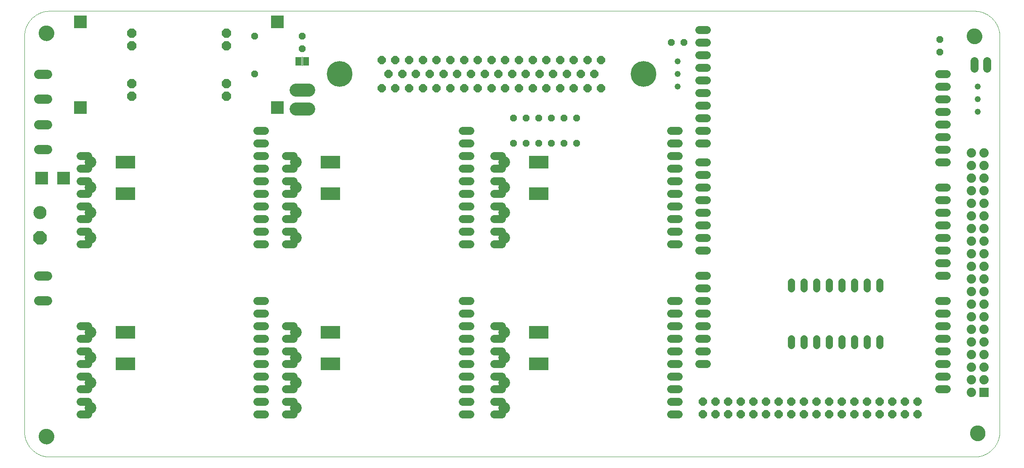
<source format=gts>
G04 EAGLE Gerber RS-274X export*
G75*
%MOMM*%
%FSLAX34Y34*%
%LPD*%
%INTop Soldermask*%
%IPPOS*%
%AMOC8*
5,1,8,0,0,1.08239X$1,22.5*%
G01*
%ADD10C,0.000000*%
%ADD11C,2.641600*%
%ADD12P,2.859241X8X292.500000*%
%ADD13P,1.539592X8X112.500000*%
%ADD14P,1.759533X8X202.500000*%
%ADD15C,5.181600*%
%ADD16C,1.892300*%
%ADD17C,1.625600*%
%ADD18P,1.759533X8X22.500000*%
%ADD19R,1.879600X1.879600*%
%ADD20C,1.879600*%
%ADD21R,3.911600X2.601600*%
%ADD22C,3.101600*%
%ADD23C,1.219200*%
%ADD24P,1.539592X8X292.500000*%
%ADD25C,1.422400*%
%ADD26R,1.270000X1.701800*%
%ADD27R,0.152400X1.828800*%
%ADD28C,2.654300*%
%ADD29P,2.034460X8X22.500000*%
%ADD30R,2.601600X2.601600*%
%ADD31C,2.351600*%
%ADD32P,1.539592X8X202.500000*%
%ADD33R,2.501600X2.501600*%


D10*
X51000Y760D02*
X1911350Y760D01*
X1912578Y775D01*
X1913804Y819D01*
X1915030Y893D01*
X1916253Y997D01*
X1917473Y1130D01*
X1918690Y1293D01*
X1919903Y1485D01*
X1921110Y1706D01*
X1922312Y1957D01*
X1923507Y2236D01*
X1924696Y2544D01*
X1925876Y2881D01*
X1927048Y3246D01*
X1928211Y3640D01*
X1929364Y4061D01*
X1930506Y4510D01*
X1931638Y4987D01*
X1932757Y5491D01*
X1933864Y6022D01*
X1934958Y6579D01*
X1936038Y7162D01*
X1937104Y7772D01*
X1938154Y8407D01*
X1939189Y9067D01*
X1940208Y9752D01*
X1941209Y10462D01*
X1942194Y11195D01*
X1943160Y11953D01*
X1944108Y12733D01*
X1945037Y13536D01*
X1945946Y14361D01*
X1946834Y15208D01*
X1947702Y16076D01*
X1948549Y16964D01*
X1949374Y17873D01*
X1950177Y18802D01*
X1950957Y19750D01*
X1951715Y20716D01*
X1952448Y21701D01*
X1953158Y22702D01*
X1953843Y23721D01*
X1954503Y24756D01*
X1955138Y25806D01*
X1955748Y26872D01*
X1956331Y27952D01*
X1956888Y29046D01*
X1957419Y30153D01*
X1957923Y31272D01*
X1958400Y32404D01*
X1958849Y33546D01*
X1959270Y34699D01*
X1959664Y35862D01*
X1960029Y37034D01*
X1960366Y38214D01*
X1960674Y39403D01*
X1960953Y40598D01*
X1961204Y41800D01*
X1961425Y43007D01*
X1961617Y44220D01*
X1961780Y45437D01*
X1961913Y46657D01*
X1962017Y47880D01*
X1962091Y49106D01*
X1962135Y50332D01*
X1962150Y51560D01*
X1962150Y848360D01*
X1962135Y849588D01*
X1962091Y850814D01*
X1962017Y852040D01*
X1961913Y853263D01*
X1961780Y854483D01*
X1961617Y855700D01*
X1961425Y856913D01*
X1961204Y858120D01*
X1960953Y859322D01*
X1960674Y860517D01*
X1960366Y861706D01*
X1960029Y862886D01*
X1959664Y864058D01*
X1959270Y865221D01*
X1958849Y866374D01*
X1958400Y867516D01*
X1957923Y868648D01*
X1957419Y869767D01*
X1956888Y870874D01*
X1956331Y871968D01*
X1955748Y873048D01*
X1955138Y874114D01*
X1954503Y875164D01*
X1953843Y876199D01*
X1953158Y877218D01*
X1952448Y878219D01*
X1951715Y879204D01*
X1950957Y880170D01*
X1950177Y881118D01*
X1949374Y882047D01*
X1948549Y882956D01*
X1947702Y883844D01*
X1946834Y884712D01*
X1945946Y885559D01*
X1945037Y886384D01*
X1944108Y887187D01*
X1943160Y887967D01*
X1942194Y888725D01*
X1941209Y889458D01*
X1940208Y890168D01*
X1939189Y890853D01*
X1938154Y891513D01*
X1937104Y892148D01*
X1936038Y892758D01*
X1934958Y893341D01*
X1933864Y893898D01*
X1932757Y894429D01*
X1931638Y894933D01*
X1930506Y895410D01*
X1929364Y895859D01*
X1928211Y896280D01*
X1927048Y896674D01*
X1925876Y897039D01*
X1924696Y897376D01*
X1923507Y897684D01*
X1922312Y897963D01*
X1921110Y898214D01*
X1919903Y898435D01*
X1918690Y898627D01*
X1917473Y898790D01*
X1916253Y898923D01*
X1915030Y899027D01*
X1913804Y899101D01*
X1912578Y899145D01*
X1911350Y899160D01*
X51000Y899160D01*
X49772Y899145D01*
X48546Y899101D01*
X47320Y899027D01*
X46097Y898923D01*
X44877Y898790D01*
X43660Y898627D01*
X42447Y898435D01*
X41240Y898214D01*
X40038Y897963D01*
X38843Y897684D01*
X37654Y897376D01*
X36474Y897039D01*
X35302Y896674D01*
X34139Y896280D01*
X32986Y895859D01*
X31844Y895410D01*
X30712Y894933D01*
X29593Y894429D01*
X28486Y893898D01*
X27392Y893341D01*
X26312Y892758D01*
X25246Y892148D01*
X24196Y891513D01*
X23161Y890853D01*
X22142Y890168D01*
X21141Y889458D01*
X20156Y888725D01*
X19190Y887967D01*
X18242Y887187D01*
X17313Y886384D01*
X16404Y885559D01*
X15516Y884712D01*
X14648Y883844D01*
X13801Y882956D01*
X12976Y882047D01*
X12173Y881118D01*
X11393Y880170D01*
X10635Y879204D01*
X9902Y878219D01*
X9192Y877218D01*
X8507Y876199D01*
X7847Y875164D01*
X7212Y874114D01*
X6602Y873048D01*
X6019Y871968D01*
X5462Y870874D01*
X4931Y869767D01*
X4427Y868648D01*
X3950Y867516D01*
X3501Y866374D01*
X3080Y865221D01*
X2686Y864058D01*
X2321Y862886D01*
X1984Y861706D01*
X1676Y860517D01*
X1397Y859322D01*
X1146Y858120D01*
X925Y856913D01*
X733Y855700D01*
X570Y854483D01*
X437Y853263D01*
X333Y852040D01*
X259Y850814D01*
X215Y849588D01*
X200Y848360D01*
X200Y51560D01*
X215Y50332D01*
X259Y49106D01*
X333Y47880D01*
X437Y46657D01*
X570Y45437D01*
X733Y44220D01*
X925Y43007D01*
X1146Y41800D01*
X1397Y40598D01*
X1676Y39403D01*
X1984Y38214D01*
X2321Y37034D01*
X2686Y35862D01*
X3080Y34699D01*
X3501Y33546D01*
X3950Y32404D01*
X4427Y31272D01*
X4931Y30153D01*
X5462Y29046D01*
X6019Y27952D01*
X6602Y26872D01*
X7212Y25806D01*
X7847Y24756D01*
X8507Y23721D01*
X9192Y22702D01*
X9902Y21701D01*
X10635Y20716D01*
X11393Y19750D01*
X12173Y18802D01*
X12976Y17873D01*
X13801Y16964D01*
X14648Y16076D01*
X15516Y15208D01*
X16404Y14361D01*
X17313Y13536D01*
X18242Y12733D01*
X19190Y11953D01*
X20156Y11195D01*
X21141Y10462D01*
X22142Y9752D01*
X23161Y9067D01*
X24196Y8407D01*
X25246Y7772D01*
X26312Y7162D01*
X27392Y6579D01*
X28486Y6022D01*
X29593Y5491D01*
X30712Y4987D01*
X31844Y4510D01*
X32986Y4061D01*
X34139Y3640D01*
X35302Y3246D01*
X36474Y2881D01*
X37654Y2544D01*
X38843Y2236D01*
X40038Y1957D01*
X41240Y1706D01*
X42447Y1485D01*
X43660Y1293D01*
X44877Y1130D01*
X46097Y997D01*
X47320Y893D01*
X48546Y819D01*
X49772Y775D01*
X51000Y760D01*
D11*
X31750Y492760D03*
D12*
X31750Y441960D03*
D13*
X984250Y632460D03*
X984250Y683260D03*
X1009650Y632460D03*
X1009650Y683260D03*
X1035050Y632460D03*
X1035050Y683260D03*
X1085850Y632460D03*
X1085850Y683260D03*
X1060450Y632460D03*
X1060450Y683260D03*
X1111250Y632460D03*
X1111250Y683260D03*
D14*
X1160526Y800608D03*
X1133094Y800608D03*
X1105408Y800608D03*
X1077722Y800608D03*
X1050290Y800608D03*
X1022604Y800608D03*
X994918Y800608D03*
X967486Y800608D03*
X939800Y800608D03*
X912114Y800608D03*
X884682Y800608D03*
X856996Y800608D03*
X1146810Y772160D03*
X1119124Y772160D03*
X1091692Y772160D03*
X1064006Y772160D03*
X1036320Y772160D03*
X1008888Y772160D03*
X981202Y772160D03*
X953516Y772160D03*
X926084Y772160D03*
X898398Y772160D03*
X870712Y772160D03*
X829310Y800608D03*
X801878Y800608D03*
X774192Y800608D03*
X746506Y800608D03*
X843280Y772160D03*
X815594Y772160D03*
X787908Y772160D03*
X760476Y772160D03*
X719074Y800608D03*
X732790Y772160D03*
X1160526Y743712D03*
X1133094Y743712D03*
X1105408Y743712D03*
X1077722Y743712D03*
X1050290Y743712D03*
X1022604Y743712D03*
X994918Y743712D03*
X967486Y743712D03*
X939800Y743712D03*
X912114Y743712D03*
X884682Y743712D03*
X856996Y743712D03*
X829310Y743712D03*
X801878Y743712D03*
X774192Y743712D03*
X746506Y743712D03*
X719074Y743712D03*
D15*
X634238Y772160D03*
X1245362Y772160D03*
D16*
X47054Y620160D02*
X29147Y620160D01*
X29147Y670160D02*
X47054Y670160D01*
D17*
X1840230Y721360D02*
X1855470Y721360D01*
X1855470Y695960D02*
X1840230Y695960D01*
X1840230Y670560D02*
X1855470Y670560D01*
X1855470Y645160D02*
X1840230Y645160D01*
X1840230Y619760D02*
X1855470Y619760D01*
X1855470Y594360D02*
X1840230Y594360D01*
X1840230Y543560D02*
X1855470Y543560D01*
X1855470Y518160D02*
X1840230Y518160D01*
X1840230Y492760D02*
X1855470Y492760D01*
X1855470Y467360D02*
X1840230Y467360D01*
X1840230Y441960D02*
X1855470Y441960D01*
X1855470Y416560D02*
X1840230Y416560D01*
X1840230Y391160D02*
X1855470Y391160D01*
X1855470Y365760D02*
X1840230Y365760D01*
X1840230Y314960D02*
X1855470Y314960D01*
X1855470Y289560D02*
X1840230Y289560D01*
X1840230Y264160D02*
X1855470Y264160D01*
X1855470Y238760D02*
X1840230Y238760D01*
X1840230Y213360D02*
X1855470Y213360D01*
X1855470Y187960D02*
X1840230Y187960D01*
X1840230Y162560D02*
X1855470Y162560D01*
X1855470Y137160D02*
X1840230Y137160D01*
X1372870Y187960D02*
X1357630Y187960D01*
X1357630Y213360D02*
X1372870Y213360D01*
X1372870Y238760D02*
X1357630Y238760D01*
X1357630Y264160D02*
X1372870Y264160D01*
X1372870Y289560D02*
X1357630Y289560D01*
X1357630Y314960D02*
X1372870Y314960D01*
X1372870Y340360D02*
X1357630Y340360D01*
X1357630Y365760D02*
X1372870Y365760D01*
X1372870Y416560D02*
X1357630Y416560D01*
X1357630Y441960D02*
X1372870Y441960D01*
X1372870Y467360D02*
X1357630Y467360D01*
X1357630Y492760D02*
X1372870Y492760D01*
X1372870Y518160D02*
X1357630Y518160D01*
X1357630Y543560D02*
X1372870Y543560D01*
X1372870Y568960D02*
X1357630Y568960D01*
X1357630Y594360D02*
X1372870Y594360D01*
X1372870Y632460D02*
X1357630Y632460D01*
X1357630Y657860D02*
X1372870Y657860D01*
X1372870Y683260D02*
X1357630Y683260D01*
X1357630Y708660D02*
X1372870Y708660D01*
X1372870Y734060D02*
X1357630Y734060D01*
X1357630Y759460D02*
X1372870Y759460D01*
X1372870Y784860D02*
X1357630Y784860D01*
X1357630Y810260D02*
X1372870Y810260D01*
D18*
X1365250Y111760D03*
X1365250Y86360D03*
X1390650Y111760D03*
X1390650Y86360D03*
X1416050Y111760D03*
X1416050Y86360D03*
X1441450Y111760D03*
X1441450Y86360D03*
X1466850Y111760D03*
X1466850Y86360D03*
X1492250Y111760D03*
X1492250Y86360D03*
X1517650Y111760D03*
X1517650Y86360D03*
X1543050Y111760D03*
X1543050Y86360D03*
X1568450Y111760D03*
X1568450Y86360D03*
X1593850Y111760D03*
X1593850Y86360D03*
X1619250Y111760D03*
X1619250Y86360D03*
X1644650Y111760D03*
X1644650Y86360D03*
X1670050Y111760D03*
X1670050Y86360D03*
X1695450Y111760D03*
X1695450Y86360D03*
X1720850Y111760D03*
X1720850Y86360D03*
X1746250Y111760D03*
X1746250Y86360D03*
X1771650Y111760D03*
X1771650Y86360D03*
X1797050Y111760D03*
X1797050Y86360D03*
D17*
X1372870Y835660D02*
X1357630Y835660D01*
X1357630Y861060D02*
X1372870Y861060D01*
X1840230Y772160D02*
X1855470Y772160D01*
X1855470Y746760D02*
X1840230Y746760D01*
D19*
X1930400Y130810D03*
D20*
X1905000Y130810D03*
X1930400Y156210D03*
X1905000Y156210D03*
X1930400Y181610D03*
X1905000Y181610D03*
X1930400Y207010D03*
X1905000Y207010D03*
X1930400Y232410D03*
X1905000Y232410D03*
X1930400Y257810D03*
X1905000Y257810D03*
X1930400Y283210D03*
X1905000Y283210D03*
X1930400Y308610D03*
X1905000Y308610D03*
X1930400Y334010D03*
X1905000Y334010D03*
X1930400Y359410D03*
X1905000Y359410D03*
X1930400Y384810D03*
X1905000Y384810D03*
X1930400Y410210D03*
X1905000Y410210D03*
X1930400Y435610D03*
X1905000Y435610D03*
X1930400Y461010D03*
X1905000Y461010D03*
X1930400Y486410D03*
X1905000Y486410D03*
X1930400Y511810D03*
X1905000Y511810D03*
X1930400Y537210D03*
X1905000Y537210D03*
X1930400Y562610D03*
X1905000Y562610D03*
X1930400Y588010D03*
X1905000Y588010D03*
X1930400Y613410D03*
X1905000Y613410D03*
D21*
X1035050Y594360D03*
X1035050Y530860D03*
D10*
X29450Y41910D02*
X29455Y42278D01*
X29468Y42646D01*
X29491Y43013D01*
X29522Y43380D01*
X29563Y43746D01*
X29612Y44111D01*
X29671Y44474D01*
X29738Y44836D01*
X29814Y45197D01*
X29900Y45555D01*
X29993Y45911D01*
X30096Y46264D01*
X30207Y46615D01*
X30327Y46963D01*
X30455Y47308D01*
X30592Y47650D01*
X30737Y47989D01*
X30890Y48323D01*
X31052Y48654D01*
X31221Y48981D01*
X31399Y49303D01*
X31584Y49622D01*
X31777Y49935D01*
X31978Y50244D01*
X32186Y50547D01*
X32402Y50845D01*
X32625Y51138D01*
X32855Y51426D01*
X33092Y51708D01*
X33336Y51983D01*
X33586Y52253D01*
X33843Y52517D01*
X34107Y52774D01*
X34377Y53024D01*
X34652Y53268D01*
X34934Y53505D01*
X35222Y53735D01*
X35515Y53958D01*
X35813Y54174D01*
X36116Y54382D01*
X36425Y54583D01*
X36738Y54776D01*
X37057Y54961D01*
X37379Y55139D01*
X37706Y55308D01*
X38037Y55470D01*
X38371Y55623D01*
X38710Y55768D01*
X39052Y55905D01*
X39397Y56033D01*
X39745Y56153D01*
X40096Y56264D01*
X40449Y56367D01*
X40805Y56460D01*
X41163Y56546D01*
X41524Y56622D01*
X41886Y56689D01*
X42249Y56748D01*
X42614Y56797D01*
X42980Y56838D01*
X43347Y56869D01*
X43714Y56892D01*
X44082Y56905D01*
X44450Y56910D01*
X44818Y56905D01*
X45186Y56892D01*
X45553Y56869D01*
X45920Y56838D01*
X46286Y56797D01*
X46651Y56748D01*
X47014Y56689D01*
X47376Y56622D01*
X47737Y56546D01*
X48095Y56460D01*
X48451Y56367D01*
X48804Y56264D01*
X49155Y56153D01*
X49503Y56033D01*
X49848Y55905D01*
X50190Y55768D01*
X50529Y55623D01*
X50863Y55470D01*
X51194Y55308D01*
X51521Y55139D01*
X51843Y54961D01*
X52162Y54776D01*
X52475Y54583D01*
X52784Y54382D01*
X53087Y54174D01*
X53385Y53958D01*
X53678Y53735D01*
X53966Y53505D01*
X54248Y53268D01*
X54523Y53024D01*
X54793Y52774D01*
X55057Y52517D01*
X55314Y52253D01*
X55564Y51983D01*
X55808Y51708D01*
X56045Y51426D01*
X56275Y51138D01*
X56498Y50845D01*
X56714Y50547D01*
X56922Y50244D01*
X57123Y49935D01*
X57316Y49622D01*
X57501Y49303D01*
X57679Y48981D01*
X57848Y48654D01*
X58010Y48323D01*
X58163Y47989D01*
X58308Y47650D01*
X58445Y47308D01*
X58573Y46963D01*
X58693Y46615D01*
X58804Y46264D01*
X58907Y45911D01*
X59000Y45555D01*
X59086Y45197D01*
X59162Y44836D01*
X59229Y44474D01*
X59288Y44111D01*
X59337Y43746D01*
X59378Y43380D01*
X59409Y43013D01*
X59432Y42646D01*
X59445Y42278D01*
X59450Y41910D01*
X59445Y41542D01*
X59432Y41174D01*
X59409Y40807D01*
X59378Y40440D01*
X59337Y40074D01*
X59288Y39709D01*
X59229Y39346D01*
X59162Y38984D01*
X59086Y38623D01*
X59000Y38265D01*
X58907Y37909D01*
X58804Y37556D01*
X58693Y37205D01*
X58573Y36857D01*
X58445Y36512D01*
X58308Y36170D01*
X58163Y35831D01*
X58010Y35497D01*
X57848Y35166D01*
X57679Y34839D01*
X57501Y34517D01*
X57316Y34198D01*
X57123Y33885D01*
X56922Y33576D01*
X56714Y33273D01*
X56498Y32975D01*
X56275Y32682D01*
X56045Y32394D01*
X55808Y32112D01*
X55564Y31837D01*
X55314Y31567D01*
X55057Y31303D01*
X54793Y31046D01*
X54523Y30796D01*
X54248Y30552D01*
X53966Y30315D01*
X53678Y30085D01*
X53385Y29862D01*
X53087Y29646D01*
X52784Y29438D01*
X52475Y29237D01*
X52162Y29044D01*
X51843Y28859D01*
X51521Y28681D01*
X51194Y28512D01*
X50863Y28350D01*
X50529Y28197D01*
X50190Y28052D01*
X49848Y27915D01*
X49503Y27787D01*
X49155Y27667D01*
X48804Y27556D01*
X48451Y27453D01*
X48095Y27360D01*
X47737Y27274D01*
X47376Y27198D01*
X47014Y27131D01*
X46651Y27072D01*
X46286Y27023D01*
X45920Y26982D01*
X45553Y26951D01*
X45186Y26928D01*
X44818Y26915D01*
X44450Y26910D01*
X44082Y26915D01*
X43714Y26928D01*
X43347Y26951D01*
X42980Y26982D01*
X42614Y27023D01*
X42249Y27072D01*
X41886Y27131D01*
X41524Y27198D01*
X41163Y27274D01*
X40805Y27360D01*
X40449Y27453D01*
X40096Y27556D01*
X39745Y27667D01*
X39397Y27787D01*
X39052Y27915D01*
X38710Y28052D01*
X38371Y28197D01*
X38037Y28350D01*
X37706Y28512D01*
X37379Y28681D01*
X37057Y28859D01*
X36738Y29044D01*
X36425Y29237D01*
X36116Y29438D01*
X35813Y29646D01*
X35515Y29862D01*
X35222Y30085D01*
X34934Y30315D01*
X34652Y30552D01*
X34377Y30796D01*
X34107Y31046D01*
X33843Y31303D01*
X33586Y31567D01*
X33336Y31837D01*
X33092Y32112D01*
X32855Y32394D01*
X32625Y32682D01*
X32402Y32975D01*
X32186Y33273D01*
X31978Y33576D01*
X31777Y33885D01*
X31584Y34198D01*
X31399Y34517D01*
X31221Y34839D01*
X31052Y35166D01*
X30890Y35497D01*
X30737Y35831D01*
X30592Y36170D01*
X30455Y36512D01*
X30327Y36857D01*
X30207Y37205D01*
X30096Y37556D01*
X29993Y37909D01*
X29900Y38265D01*
X29814Y38623D01*
X29738Y38984D01*
X29671Y39346D01*
X29612Y39709D01*
X29563Y40074D01*
X29522Y40440D01*
X29491Y40807D01*
X29468Y41174D01*
X29455Y41542D01*
X29450Y41910D01*
D22*
X44450Y41910D03*
D10*
X29450Y854710D02*
X29455Y855078D01*
X29468Y855446D01*
X29491Y855813D01*
X29522Y856180D01*
X29563Y856546D01*
X29612Y856911D01*
X29671Y857274D01*
X29738Y857636D01*
X29814Y857997D01*
X29900Y858355D01*
X29993Y858711D01*
X30096Y859064D01*
X30207Y859415D01*
X30327Y859763D01*
X30455Y860108D01*
X30592Y860450D01*
X30737Y860789D01*
X30890Y861123D01*
X31052Y861454D01*
X31221Y861781D01*
X31399Y862103D01*
X31584Y862422D01*
X31777Y862735D01*
X31978Y863044D01*
X32186Y863347D01*
X32402Y863645D01*
X32625Y863938D01*
X32855Y864226D01*
X33092Y864508D01*
X33336Y864783D01*
X33586Y865053D01*
X33843Y865317D01*
X34107Y865574D01*
X34377Y865824D01*
X34652Y866068D01*
X34934Y866305D01*
X35222Y866535D01*
X35515Y866758D01*
X35813Y866974D01*
X36116Y867182D01*
X36425Y867383D01*
X36738Y867576D01*
X37057Y867761D01*
X37379Y867939D01*
X37706Y868108D01*
X38037Y868270D01*
X38371Y868423D01*
X38710Y868568D01*
X39052Y868705D01*
X39397Y868833D01*
X39745Y868953D01*
X40096Y869064D01*
X40449Y869167D01*
X40805Y869260D01*
X41163Y869346D01*
X41524Y869422D01*
X41886Y869489D01*
X42249Y869548D01*
X42614Y869597D01*
X42980Y869638D01*
X43347Y869669D01*
X43714Y869692D01*
X44082Y869705D01*
X44450Y869710D01*
X44818Y869705D01*
X45186Y869692D01*
X45553Y869669D01*
X45920Y869638D01*
X46286Y869597D01*
X46651Y869548D01*
X47014Y869489D01*
X47376Y869422D01*
X47737Y869346D01*
X48095Y869260D01*
X48451Y869167D01*
X48804Y869064D01*
X49155Y868953D01*
X49503Y868833D01*
X49848Y868705D01*
X50190Y868568D01*
X50529Y868423D01*
X50863Y868270D01*
X51194Y868108D01*
X51521Y867939D01*
X51843Y867761D01*
X52162Y867576D01*
X52475Y867383D01*
X52784Y867182D01*
X53087Y866974D01*
X53385Y866758D01*
X53678Y866535D01*
X53966Y866305D01*
X54248Y866068D01*
X54523Y865824D01*
X54793Y865574D01*
X55057Y865317D01*
X55314Y865053D01*
X55564Y864783D01*
X55808Y864508D01*
X56045Y864226D01*
X56275Y863938D01*
X56498Y863645D01*
X56714Y863347D01*
X56922Y863044D01*
X57123Y862735D01*
X57316Y862422D01*
X57501Y862103D01*
X57679Y861781D01*
X57848Y861454D01*
X58010Y861123D01*
X58163Y860789D01*
X58308Y860450D01*
X58445Y860108D01*
X58573Y859763D01*
X58693Y859415D01*
X58804Y859064D01*
X58907Y858711D01*
X59000Y858355D01*
X59086Y857997D01*
X59162Y857636D01*
X59229Y857274D01*
X59288Y856911D01*
X59337Y856546D01*
X59378Y856180D01*
X59409Y855813D01*
X59432Y855446D01*
X59445Y855078D01*
X59450Y854710D01*
X59445Y854342D01*
X59432Y853974D01*
X59409Y853607D01*
X59378Y853240D01*
X59337Y852874D01*
X59288Y852509D01*
X59229Y852146D01*
X59162Y851784D01*
X59086Y851423D01*
X59000Y851065D01*
X58907Y850709D01*
X58804Y850356D01*
X58693Y850005D01*
X58573Y849657D01*
X58445Y849312D01*
X58308Y848970D01*
X58163Y848631D01*
X58010Y848297D01*
X57848Y847966D01*
X57679Y847639D01*
X57501Y847317D01*
X57316Y846998D01*
X57123Y846685D01*
X56922Y846376D01*
X56714Y846073D01*
X56498Y845775D01*
X56275Y845482D01*
X56045Y845194D01*
X55808Y844912D01*
X55564Y844637D01*
X55314Y844367D01*
X55057Y844103D01*
X54793Y843846D01*
X54523Y843596D01*
X54248Y843352D01*
X53966Y843115D01*
X53678Y842885D01*
X53385Y842662D01*
X53087Y842446D01*
X52784Y842238D01*
X52475Y842037D01*
X52162Y841844D01*
X51843Y841659D01*
X51521Y841481D01*
X51194Y841312D01*
X50863Y841150D01*
X50529Y840997D01*
X50190Y840852D01*
X49848Y840715D01*
X49503Y840587D01*
X49155Y840467D01*
X48804Y840356D01*
X48451Y840253D01*
X48095Y840160D01*
X47737Y840074D01*
X47376Y839998D01*
X47014Y839931D01*
X46651Y839872D01*
X46286Y839823D01*
X45920Y839782D01*
X45553Y839751D01*
X45186Y839728D01*
X44818Y839715D01*
X44450Y839710D01*
X44082Y839715D01*
X43714Y839728D01*
X43347Y839751D01*
X42980Y839782D01*
X42614Y839823D01*
X42249Y839872D01*
X41886Y839931D01*
X41524Y839998D01*
X41163Y840074D01*
X40805Y840160D01*
X40449Y840253D01*
X40096Y840356D01*
X39745Y840467D01*
X39397Y840587D01*
X39052Y840715D01*
X38710Y840852D01*
X38371Y840997D01*
X38037Y841150D01*
X37706Y841312D01*
X37379Y841481D01*
X37057Y841659D01*
X36738Y841844D01*
X36425Y842037D01*
X36116Y842238D01*
X35813Y842446D01*
X35515Y842662D01*
X35222Y842885D01*
X34934Y843115D01*
X34652Y843352D01*
X34377Y843596D01*
X34107Y843846D01*
X33843Y844103D01*
X33586Y844367D01*
X33336Y844637D01*
X33092Y844912D01*
X32855Y845194D01*
X32625Y845482D01*
X32402Y845775D01*
X32186Y846073D01*
X31978Y846376D01*
X31777Y846685D01*
X31584Y846998D01*
X31399Y847317D01*
X31221Y847639D01*
X31052Y847966D01*
X30890Y848297D01*
X30737Y848631D01*
X30592Y848970D01*
X30455Y849312D01*
X30327Y849657D01*
X30207Y850005D01*
X30096Y850356D01*
X29993Y850709D01*
X29900Y851065D01*
X29814Y851423D01*
X29738Y851784D01*
X29671Y852146D01*
X29612Y852509D01*
X29563Y852874D01*
X29522Y853240D01*
X29491Y853607D01*
X29468Y853974D01*
X29455Y854342D01*
X29450Y854710D01*
D22*
X44450Y854710D03*
D10*
X1896350Y848360D02*
X1896355Y848728D01*
X1896368Y849096D01*
X1896391Y849463D01*
X1896422Y849830D01*
X1896463Y850196D01*
X1896512Y850561D01*
X1896571Y850924D01*
X1896638Y851286D01*
X1896714Y851647D01*
X1896800Y852005D01*
X1896893Y852361D01*
X1896996Y852714D01*
X1897107Y853065D01*
X1897227Y853413D01*
X1897355Y853758D01*
X1897492Y854100D01*
X1897637Y854439D01*
X1897790Y854773D01*
X1897952Y855104D01*
X1898121Y855431D01*
X1898299Y855753D01*
X1898484Y856072D01*
X1898677Y856385D01*
X1898878Y856694D01*
X1899086Y856997D01*
X1899302Y857295D01*
X1899525Y857588D01*
X1899755Y857876D01*
X1899992Y858158D01*
X1900236Y858433D01*
X1900486Y858703D01*
X1900743Y858967D01*
X1901007Y859224D01*
X1901277Y859474D01*
X1901552Y859718D01*
X1901834Y859955D01*
X1902122Y860185D01*
X1902415Y860408D01*
X1902713Y860624D01*
X1903016Y860832D01*
X1903325Y861033D01*
X1903638Y861226D01*
X1903957Y861411D01*
X1904279Y861589D01*
X1904606Y861758D01*
X1904937Y861920D01*
X1905271Y862073D01*
X1905610Y862218D01*
X1905952Y862355D01*
X1906297Y862483D01*
X1906645Y862603D01*
X1906996Y862714D01*
X1907349Y862817D01*
X1907705Y862910D01*
X1908063Y862996D01*
X1908424Y863072D01*
X1908786Y863139D01*
X1909149Y863198D01*
X1909514Y863247D01*
X1909880Y863288D01*
X1910247Y863319D01*
X1910614Y863342D01*
X1910982Y863355D01*
X1911350Y863360D01*
X1911718Y863355D01*
X1912086Y863342D01*
X1912453Y863319D01*
X1912820Y863288D01*
X1913186Y863247D01*
X1913551Y863198D01*
X1913914Y863139D01*
X1914276Y863072D01*
X1914637Y862996D01*
X1914995Y862910D01*
X1915351Y862817D01*
X1915704Y862714D01*
X1916055Y862603D01*
X1916403Y862483D01*
X1916748Y862355D01*
X1917090Y862218D01*
X1917429Y862073D01*
X1917763Y861920D01*
X1918094Y861758D01*
X1918421Y861589D01*
X1918743Y861411D01*
X1919062Y861226D01*
X1919375Y861033D01*
X1919684Y860832D01*
X1919987Y860624D01*
X1920285Y860408D01*
X1920578Y860185D01*
X1920866Y859955D01*
X1921148Y859718D01*
X1921423Y859474D01*
X1921693Y859224D01*
X1921957Y858967D01*
X1922214Y858703D01*
X1922464Y858433D01*
X1922708Y858158D01*
X1922945Y857876D01*
X1923175Y857588D01*
X1923398Y857295D01*
X1923614Y856997D01*
X1923822Y856694D01*
X1924023Y856385D01*
X1924216Y856072D01*
X1924401Y855753D01*
X1924579Y855431D01*
X1924748Y855104D01*
X1924910Y854773D01*
X1925063Y854439D01*
X1925208Y854100D01*
X1925345Y853758D01*
X1925473Y853413D01*
X1925593Y853065D01*
X1925704Y852714D01*
X1925807Y852361D01*
X1925900Y852005D01*
X1925986Y851647D01*
X1926062Y851286D01*
X1926129Y850924D01*
X1926188Y850561D01*
X1926237Y850196D01*
X1926278Y849830D01*
X1926309Y849463D01*
X1926332Y849096D01*
X1926345Y848728D01*
X1926350Y848360D01*
X1926345Y847992D01*
X1926332Y847624D01*
X1926309Y847257D01*
X1926278Y846890D01*
X1926237Y846524D01*
X1926188Y846159D01*
X1926129Y845796D01*
X1926062Y845434D01*
X1925986Y845073D01*
X1925900Y844715D01*
X1925807Y844359D01*
X1925704Y844006D01*
X1925593Y843655D01*
X1925473Y843307D01*
X1925345Y842962D01*
X1925208Y842620D01*
X1925063Y842281D01*
X1924910Y841947D01*
X1924748Y841616D01*
X1924579Y841289D01*
X1924401Y840967D01*
X1924216Y840648D01*
X1924023Y840335D01*
X1923822Y840026D01*
X1923614Y839723D01*
X1923398Y839425D01*
X1923175Y839132D01*
X1922945Y838844D01*
X1922708Y838562D01*
X1922464Y838287D01*
X1922214Y838017D01*
X1921957Y837753D01*
X1921693Y837496D01*
X1921423Y837246D01*
X1921148Y837002D01*
X1920866Y836765D01*
X1920578Y836535D01*
X1920285Y836312D01*
X1919987Y836096D01*
X1919684Y835888D01*
X1919375Y835687D01*
X1919062Y835494D01*
X1918743Y835309D01*
X1918421Y835131D01*
X1918094Y834962D01*
X1917763Y834800D01*
X1917429Y834647D01*
X1917090Y834502D01*
X1916748Y834365D01*
X1916403Y834237D01*
X1916055Y834117D01*
X1915704Y834006D01*
X1915351Y833903D01*
X1914995Y833810D01*
X1914637Y833724D01*
X1914276Y833648D01*
X1913914Y833581D01*
X1913551Y833522D01*
X1913186Y833473D01*
X1912820Y833432D01*
X1912453Y833401D01*
X1912086Y833378D01*
X1911718Y833365D01*
X1911350Y833360D01*
X1910982Y833365D01*
X1910614Y833378D01*
X1910247Y833401D01*
X1909880Y833432D01*
X1909514Y833473D01*
X1909149Y833522D01*
X1908786Y833581D01*
X1908424Y833648D01*
X1908063Y833724D01*
X1907705Y833810D01*
X1907349Y833903D01*
X1906996Y834006D01*
X1906645Y834117D01*
X1906297Y834237D01*
X1905952Y834365D01*
X1905610Y834502D01*
X1905271Y834647D01*
X1904937Y834800D01*
X1904606Y834962D01*
X1904279Y835131D01*
X1903957Y835309D01*
X1903638Y835494D01*
X1903325Y835687D01*
X1903016Y835888D01*
X1902713Y836096D01*
X1902415Y836312D01*
X1902122Y836535D01*
X1901834Y836765D01*
X1901552Y837002D01*
X1901277Y837246D01*
X1901007Y837496D01*
X1900743Y837753D01*
X1900486Y838017D01*
X1900236Y838287D01*
X1899992Y838562D01*
X1899755Y838844D01*
X1899525Y839132D01*
X1899302Y839425D01*
X1899086Y839723D01*
X1898878Y840026D01*
X1898677Y840335D01*
X1898484Y840648D01*
X1898299Y840967D01*
X1898121Y841289D01*
X1897952Y841616D01*
X1897790Y841947D01*
X1897637Y842281D01*
X1897492Y842620D01*
X1897355Y842962D01*
X1897227Y843307D01*
X1897107Y843655D01*
X1896996Y844006D01*
X1896893Y844359D01*
X1896800Y844715D01*
X1896714Y845073D01*
X1896638Y845434D01*
X1896571Y845796D01*
X1896512Y846159D01*
X1896463Y846524D01*
X1896422Y846890D01*
X1896391Y847257D01*
X1896368Y847624D01*
X1896355Y847992D01*
X1896350Y848360D01*
D22*
X1911350Y848360D03*
D23*
X1917700Y746760D03*
X1917700Y721360D03*
X1917700Y695960D03*
D24*
X1841500Y842010D03*
X1841500Y816610D03*
D17*
X1911350Y798830D02*
X1911350Y783590D01*
X1936750Y783590D02*
X1936750Y798830D01*
D10*
X1902700Y48260D02*
X1902705Y48628D01*
X1902718Y48996D01*
X1902741Y49363D01*
X1902772Y49730D01*
X1902813Y50096D01*
X1902862Y50461D01*
X1902921Y50824D01*
X1902988Y51186D01*
X1903064Y51547D01*
X1903150Y51905D01*
X1903243Y52261D01*
X1903346Y52614D01*
X1903457Y52965D01*
X1903577Y53313D01*
X1903705Y53658D01*
X1903842Y54000D01*
X1903987Y54339D01*
X1904140Y54673D01*
X1904302Y55004D01*
X1904471Y55331D01*
X1904649Y55653D01*
X1904834Y55972D01*
X1905027Y56285D01*
X1905228Y56594D01*
X1905436Y56897D01*
X1905652Y57195D01*
X1905875Y57488D01*
X1906105Y57776D01*
X1906342Y58058D01*
X1906586Y58333D01*
X1906836Y58603D01*
X1907093Y58867D01*
X1907357Y59124D01*
X1907627Y59374D01*
X1907902Y59618D01*
X1908184Y59855D01*
X1908472Y60085D01*
X1908765Y60308D01*
X1909063Y60524D01*
X1909366Y60732D01*
X1909675Y60933D01*
X1909988Y61126D01*
X1910307Y61311D01*
X1910629Y61489D01*
X1910956Y61658D01*
X1911287Y61820D01*
X1911621Y61973D01*
X1911960Y62118D01*
X1912302Y62255D01*
X1912647Y62383D01*
X1912995Y62503D01*
X1913346Y62614D01*
X1913699Y62717D01*
X1914055Y62810D01*
X1914413Y62896D01*
X1914774Y62972D01*
X1915136Y63039D01*
X1915499Y63098D01*
X1915864Y63147D01*
X1916230Y63188D01*
X1916597Y63219D01*
X1916964Y63242D01*
X1917332Y63255D01*
X1917700Y63260D01*
X1918068Y63255D01*
X1918436Y63242D01*
X1918803Y63219D01*
X1919170Y63188D01*
X1919536Y63147D01*
X1919901Y63098D01*
X1920264Y63039D01*
X1920626Y62972D01*
X1920987Y62896D01*
X1921345Y62810D01*
X1921701Y62717D01*
X1922054Y62614D01*
X1922405Y62503D01*
X1922753Y62383D01*
X1923098Y62255D01*
X1923440Y62118D01*
X1923779Y61973D01*
X1924113Y61820D01*
X1924444Y61658D01*
X1924771Y61489D01*
X1925093Y61311D01*
X1925412Y61126D01*
X1925725Y60933D01*
X1926034Y60732D01*
X1926337Y60524D01*
X1926635Y60308D01*
X1926928Y60085D01*
X1927216Y59855D01*
X1927498Y59618D01*
X1927773Y59374D01*
X1928043Y59124D01*
X1928307Y58867D01*
X1928564Y58603D01*
X1928814Y58333D01*
X1929058Y58058D01*
X1929295Y57776D01*
X1929525Y57488D01*
X1929748Y57195D01*
X1929964Y56897D01*
X1930172Y56594D01*
X1930373Y56285D01*
X1930566Y55972D01*
X1930751Y55653D01*
X1930929Y55331D01*
X1931098Y55004D01*
X1931260Y54673D01*
X1931413Y54339D01*
X1931558Y54000D01*
X1931695Y53658D01*
X1931823Y53313D01*
X1931943Y52965D01*
X1932054Y52614D01*
X1932157Y52261D01*
X1932250Y51905D01*
X1932336Y51547D01*
X1932412Y51186D01*
X1932479Y50824D01*
X1932538Y50461D01*
X1932587Y50096D01*
X1932628Y49730D01*
X1932659Y49363D01*
X1932682Y48996D01*
X1932695Y48628D01*
X1932700Y48260D01*
X1932695Y47892D01*
X1932682Y47524D01*
X1932659Y47157D01*
X1932628Y46790D01*
X1932587Y46424D01*
X1932538Y46059D01*
X1932479Y45696D01*
X1932412Y45334D01*
X1932336Y44973D01*
X1932250Y44615D01*
X1932157Y44259D01*
X1932054Y43906D01*
X1931943Y43555D01*
X1931823Y43207D01*
X1931695Y42862D01*
X1931558Y42520D01*
X1931413Y42181D01*
X1931260Y41847D01*
X1931098Y41516D01*
X1930929Y41189D01*
X1930751Y40867D01*
X1930566Y40548D01*
X1930373Y40235D01*
X1930172Y39926D01*
X1929964Y39623D01*
X1929748Y39325D01*
X1929525Y39032D01*
X1929295Y38744D01*
X1929058Y38462D01*
X1928814Y38187D01*
X1928564Y37917D01*
X1928307Y37653D01*
X1928043Y37396D01*
X1927773Y37146D01*
X1927498Y36902D01*
X1927216Y36665D01*
X1926928Y36435D01*
X1926635Y36212D01*
X1926337Y35996D01*
X1926034Y35788D01*
X1925725Y35587D01*
X1925412Y35394D01*
X1925093Y35209D01*
X1924771Y35031D01*
X1924444Y34862D01*
X1924113Y34700D01*
X1923779Y34547D01*
X1923440Y34402D01*
X1923098Y34265D01*
X1922753Y34137D01*
X1922405Y34017D01*
X1922054Y33906D01*
X1921701Y33803D01*
X1921345Y33710D01*
X1920987Y33624D01*
X1920626Y33548D01*
X1920264Y33481D01*
X1919901Y33422D01*
X1919536Y33373D01*
X1919170Y33332D01*
X1918803Y33301D01*
X1918436Y33278D01*
X1918068Y33265D01*
X1917700Y33260D01*
X1917332Y33265D01*
X1916964Y33278D01*
X1916597Y33301D01*
X1916230Y33332D01*
X1915864Y33373D01*
X1915499Y33422D01*
X1915136Y33481D01*
X1914774Y33548D01*
X1914413Y33624D01*
X1914055Y33710D01*
X1913699Y33803D01*
X1913346Y33906D01*
X1912995Y34017D01*
X1912647Y34137D01*
X1912302Y34265D01*
X1911960Y34402D01*
X1911621Y34547D01*
X1911287Y34700D01*
X1910956Y34862D01*
X1910629Y35031D01*
X1910307Y35209D01*
X1909988Y35394D01*
X1909675Y35587D01*
X1909366Y35788D01*
X1909063Y35996D01*
X1908765Y36212D01*
X1908472Y36435D01*
X1908184Y36665D01*
X1907902Y36902D01*
X1907627Y37146D01*
X1907357Y37396D01*
X1907093Y37653D01*
X1906836Y37917D01*
X1906586Y38187D01*
X1906342Y38462D01*
X1906105Y38744D01*
X1905875Y39032D01*
X1905652Y39325D01*
X1905436Y39623D01*
X1905228Y39926D01*
X1905027Y40235D01*
X1904834Y40548D01*
X1904649Y40867D01*
X1904471Y41189D01*
X1904302Y41516D01*
X1904140Y41847D01*
X1903987Y42181D01*
X1903842Y42520D01*
X1903705Y42862D01*
X1903577Y43207D01*
X1903457Y43555D01*
X1903346Y43906D01*
X1903243Y44259D01*
X1903150Y44615D01*
X1903064Y44973D01*
X1902988Y45334D01*
X1902921Y45696D01*
X1902862Y46059D01*
X1902813Y46424D01*
X1902772Y46790D01*
X1902741Y47157D01*
X1902718Y47524D01*
X1902705Y47892D01*
X1902700Y48260D01*
D22*
X1917700Y48260D03*
D21*
X1035050Y251460D03*
X1035050Y187960D03*
D25*
X1543050Y340106D02*
X1543050Y353314D01*
X1568450Y353314D02*
X1568450Y340106D01*
X1593850Y340106D02*
X1593850Y353314D01*
X1619250Y353314D02*
X1619250Y340106D01*
X1644650Y340106D02*
X1644650Y353314D01*
X1670050Y353314D02*
X1670050Y340106D01*
X1695450Y340106D02*
X1695450Y353314D01*
X1720850Y353314D02*
X1720850Y340106D01*
D16*
X47054Y721760D02*
X29147Y721760D01*
X29147Y771760D02*
X47054Y771760D01*
D26*
X566420Y797560D03*
X551180Y797560D03*
D27*
X558800Y797560D03*
D28*
X546037Y740410D02*
X571564Y740410D01*
X571564Y702310D02*
X546037Y702310D01*
D29*
X215900Y727710D03*
X215900Y753110D03*
X215900Y854710D03*
X215900Y829310D03*
X406400Y727710D03*
X406400Y753110D03*
X406400Y854710D03*
X406400Y829310D03*
D30*
X113030Y877570D03*
X113030Y704850D03*
X509270Y704850D03*
X509270Y877570D03*
D17*
X944880Y429260D02*
X960120Y429260D01*
X960120Y454660D02*
X944880Y454660D01*
X944880Y480060D02*
X960120Y480060D01*
X960120Y505460D02*
X944880Y505460D01*
X944880Y530860D02*
X960120Y530860D01*
X960120Y556260D02*
X944880Y556260D01*
X944880Y581660D02*
X960120Y581660D01*
X960120Y607060D02*
X944880Y607060D01*
X1300480Y429260D02*
X1315720Y429260D01*
X1315720Y454660D02*
X1300480Y454660D01*
X1300480Y480060D02*
X1315720Y480060D01*
X1315720Y505460D02*
X1300480Y505460D01*
X1300480Y530860D02*
X1315720Y530860D01*
X1315720Y556260D02*
X1300480Y556260D01*
X1300480Y581660D02*
X1315720Y581660D01*
X1315720Y607060D02*
X1300480Y607060D01*
X1300480Y632460D02*
X1315720Y632460D01*
X1315720Y657860D02*
X1300480Y657860D01*
D31*
X965200Y594360D03*
X965200Y543560D03*
X965200Y492760D03*
X965200Y441960D03*
D13*
X558800Y822960D03*
X558800Y848360D03*
D24*
X463550Y848360D03*
X463550Y772160D03*
D23*
X1314450Y746760D03*
X1314450Y772160D03*
X1314450Y797560D03*
D32*
X1327150Y835660D03*
X1301750Y835660D03*
D17*
X960120Y86360D02*
X944880Y86360D01*
X944880Y111760D02*
X960120Y111760D01*
X960120Y137160D02*
X944880Y137160D01*
X944880Y162560D02*
X960120Y162560D01*
X960120Y187960D02*
X944880Y187960D01*
X944880Y213360D02*
X960120Y213360D01*
X960120Y238760D02*
X944880Y238760D01*
X944880Y264160D02*
X960120Y264160D01*
X1300480Y86360D02*
X1315720Y86360D01*
X1315720Y111760D02*
X1300480Y111760D01*
X1300480Y137160D02*
X1315720Y137160D01*
X1315720Y162560D02*
X1300480Y162560D01*
X1300480Y187960D02*
X1315720Y187960D01*
X1315720Y213360D02*
X1300480Y213360D01*
X1300480Y238760D02*
X1315720Y238760D01*
X1315720Y264160D02*
X1300480Y264160D01*
X1300480Y289560D02*
X1315720Y289560D01*
X1315720Y314960D02*
X1300480Y314960D01*
D31*
X965200Y251460D03*
X965200Y200660D03*
X965200Y149860D03*
X965200Y99060D03*
D21*
X615950Y594360D03*
X615950Y530860D03*
X615950Y251460D03*
X615950Y187960D03*
D17*
X541020Y429260D02*
X525780Y429260D01*
X525780Y454660D02*
X541020Y454660D01*
X541020Y480060D02*
X525780Y480060D01*
X525780Y505460D02*
X541020Y505460D01*
X541020Y530860D02*
X525780Y530860D01*
X525780Y556260D02*
X541020Y556260D01*
X541020Y581660D02*
X525780Y581660D01*
X525780Y607060D02*
X541020Y607060D01*
X881380Y429260D02*
X896620Y429260D01*
X896620Y454660D02*
X881380Y454660D01*
X881380Y480060D02*
X896620Y480060D01*
X896620Y505460D02*
X881380Y505460D01*
X881380Y530860D02*
X896620Y530860D01*
X896620Y556260D02*
X881380Y556260D01*
X881380Y581660D02*
X896620Y581660D01*
X896620Y607060D02*
X881380Y607060D01*
X881380Y632460D02*
X896620Y632460D01*
X896620Y657860D02*
X881380Y657860D01*
D31*
X546100Y594360D03*
X546100Y543560D03*
X546100Y492760D03*
X546100Y441960D03*
D17*
X541020Y86360D02*
X525780Y86360D01*
X525780Y111760D02*
X541020Y111760D01*
X541020Y137160D02*
X525780Y137160D01*
X525780Y162560D02*
X541020Y162560D01*
X541020Y187960D02*
X525780Y187960D01*
X525780Y213360D02*
X541020Y213360D01*
X541020Y238760D02*
X525780Y238760D01*
X525780Y264160D02*
X541020Y264160D01*
X881380Y86360D02*
X896620Y86360D01*
X896620Y111760D02*
X881380Y111760D01*
X881380Y137160D02*
X896620Y137160D01*
X896620Y162560D02*
X881380Y162560D01*
X881380Y187960D02*
X896620Y187960D01*
X896620Y213360D02*
X881380Y213360D01*
X881380Y238760D02*
X896620Y238760D01*
X896620Y264160D02*
X881380Y264160D01*
X881380Y289560D02*
X896620Y289560D01*
X896620Y314960D02*
X881380Y314960D01*
D31*
X546100Y251460D03*
X546100Y200660D03*
X546100Y149860D03*
X546100Y99060D03*
D21*
X203200Y594360D03*
X203200Y530860D03*
X203200Y251460D03*
X203200Y187960D03*
D17*
X128270Y429260D02*
X113030Y429260D01*
X113030Y454660D02*
X128270Y454660D01*
X128270Y480060D02*
X113030Y480060D01*
X113030Y505460D02*
X128270Y505460D01*
X128270Y530860D02*
X113030Y530860D01*
X113030Y556260D02*
X128270Y556260D01*
X128270Y581660D02*
X113030Y581660D01*
X113030Y607060D02*
X128270Y607060D01*
X468630Y429260D02*
X483870Y429260D01*
X483870Y454660D02*
X468630Y454660D01*
X468630Y480060D02*
X483870Y480060D01*
X483870Y505460D02*
X468630Y505460D01*
X468630Y530860D02*
X483870Y530860D01*
X483870Y556260D02*
X468630Y556260D01*
X468630Y581660D02*
X483870Y581660D01*
X483870Y607060D02*
X468630Y607060D01*
X468630Y632460D02*
X483870Y632460D01*
X483870Y657860D02*
X468630Y657860D01*
D31*
X133350Y594360D03*
X133350Y543560D03*
X133350Y492760D03*
X133350Y441960D03*
D17*
X128270Y86360D02*
X113030Y86360D01*
X113030Y111760D02*
X128270Y111760D01*
X128270Y137160D02*
X113030Y137160D01*
X113030Y162560D02*
X128270Y162560D01*
X128270Y187960D02*
X113030Y187960D01*
X113030Y213360D02*
X128270Y213360D01*
X128270Y238760D02*
X113030Y238760D01*
X113030Y264160D02*
X128270Y264160D01*
X468630Y86360D02*
X483870Y86360D01*
X483870Y111760D02*
X468630Y111760D01*
X468630Y137160D02*
X483870Y137160D01*
X483870Y162560D02*
X468630Y162560D01*
X468630Y187960D02*
X483870Y187960D01*
X483870Y213360D02*
X468630Y213360D01*
X468630Y238760D02*
X483870Y238760D01*
X483870Y264160D02*
X468630Y264160D01*
X468630Y289560D02*
X483870Y289560D01*
X483870Y314960D02*
X468630Y314960D01*
D31*
X133350Y251460D03*
X133350Y200660D03*
X133350Y149860D03*
X133350Y99060D03*
D16*
X47054Y315360D02*
X29147Y315360D01*
X29147Y365360D02*
X47054Y365360D01*
D25*
X1720850Y239014D02*
X1720850Y225806D01*
X1695450Y225806D02*
X1695450Y239014D01*
X1670050Y239014D02*
X1670050Y225806D01*
X1644650Y225806D02*
X1644650Y239014D01*
X1619250Y239014D02*
X1619250Y225806D01*
X1593850Y225806D02*
X1593850Y239014D01*
X1568450Y239014D02*
X1568450Y225806D01*
X1543050Y225806D02*
X1543050Y239014D01*
D33*
X79150Y562610D03*
X35150Y562610D03*
M02*

</source>
